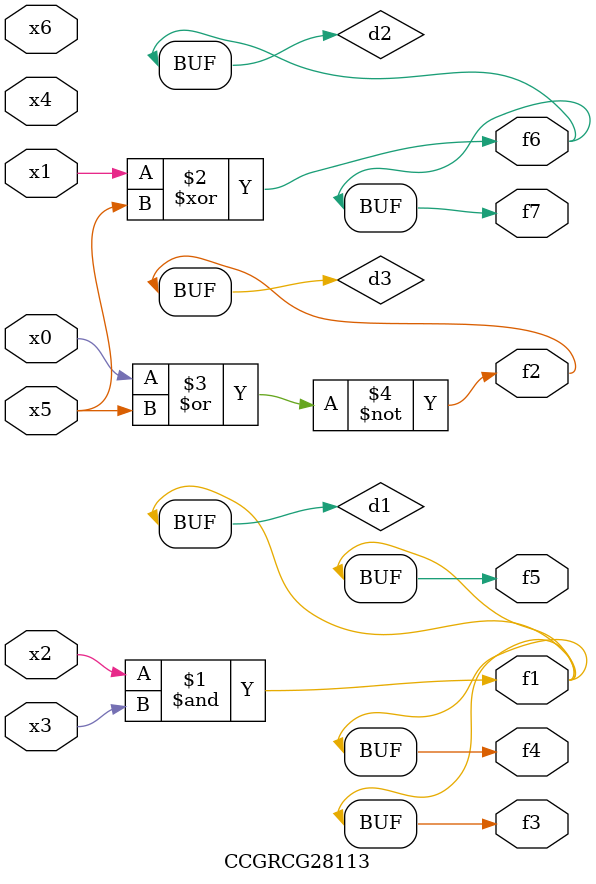
<source format=v>
module CCGRCG28113(
	input x0, x1, x2, x3, x4, x5, x6,
	output f1, f2, f3, f4, f5, f6, f7
);

	wire d1, d2, d3;

	and (d1, x2, x3);
	xor (d2, x1, x5);
	nor (d3, x0, x5);
	assign f1 = d1;
	assign f2 = d3;
	assign f3 = d1;
	assign f4 = d1;
	assign f5 = d1;
	assign f6 = d2;
	assign f7 = d2;
endmodule

</source>
